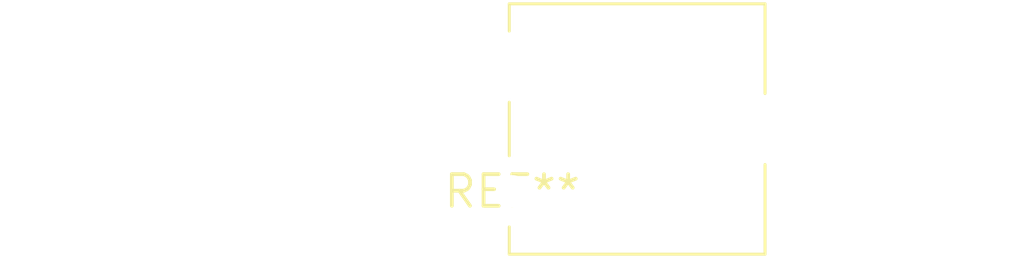
<source format=kicad_pcb>
(kicad_pcb (version 20240108) (generator pcbnew)
  (layers (0 "F.Cu" signal) (31 "B.Cu" signal) (34 "B.Paste" user) (35 "F.Paste" user) (36 "B.SilkS" user "B.Silkscreen") (37 "F.SilkS" user "F.Silkscreen") (38 "B.Mask" user) (39 "F.Mask" user) (44 "Edge.Cuts" user))
  (net 0 "")
  (footprint "Potentiometer_ACP_CA9-V10_Vertical_Hole" (layer "F.Cu") (at 0 0)
    (property "Reference" "REF**")
    (property "Value" "Potentiometer_ACP_CA9-V10_Vertical_Hole")
    (fp_line (start -0.12 -7.521) (end -0.12 -6.426) (layer "F.SilkS") (stroke (width 0.12)))
    (fp_line (start -0.12 -7.521) (end 10.12 -7.521) (layer "F.SilkS") (stroke (width 0.12)))
    (fp_line (start -0.12 -3.574) (end -0.12 -1.425) (layer "F.SilkS") (stroke (width 0.12)))
    (fp_line (start -0.12 1.425) (end -0.12 2.52) (layer "F.SilkS") (stroke (width 0.12)))
    (fp_line (start -0.12 2.52) (end 10.12 2.52) (layer "F.SilkS") (stroke (width 0.12)))
    (fp_line (start 10.12 -7.521) (end 10.12 -3.925) (layer "F.SilkS") (stroke (width 0.12)))
    (fp_line (start 10.12 -1.075) (end 10.12 2.52) (layer "F.SilkS") (stroke (width 0.12)))
    (pad "" np_thru_hole circle (at 5 -2.5) (size 4 4) (drill 4) (layers *.Cu *.Mask))
    (pad "1" thru_hole circle (at 0 0) (size 2.34 2.34) (drill 1.3) (layers *.Cu *.Mask) (remove_unused_layers))
    (pad "2" thru_hole circle (at 10 -2.5) (size 2.34 2.34) (drill 1.3) (layers *.Cu *.Mask) (remove_unused_layers))
    (pad "3" thru_hole circle (at 0 -5) (size 2.34 2.34) (drill 1.3) (layers *.Cu *.Mask) (remove_unused_layers))
  )
)
</source>
